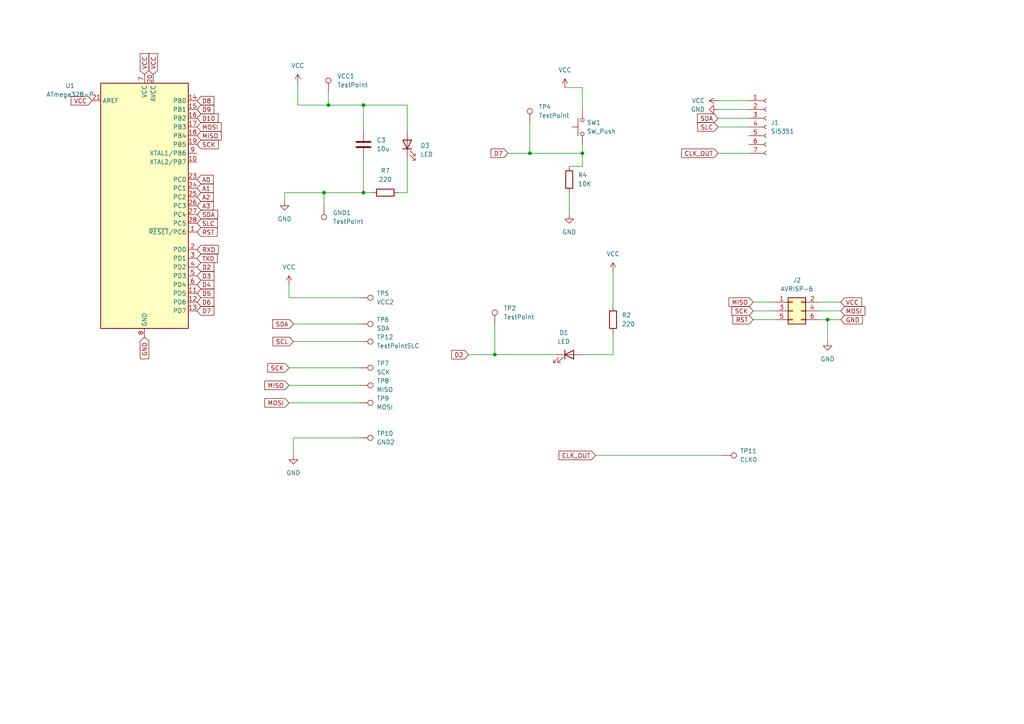
<source format=kicad_sch>
(kicad_sch (version 20211123) (generator eeschema)
  (paper "A4")
  (lib_symbols
    (symbol "Connector:Conn_01x07_Female" (pin_names (offset 1.016) hide)
      (property "Reference" "J" (at 0 10.16 0))
      (property "Value" "Conn_01x07_Female" (at 0 -10.16 0))
      (symbol "Conn_01x07_Female_1_1"
        (arc (start 0 -7.112) (mid -0.508 -7.62) (end 0 -8.128) (stroke (width 0.1524)))
        (arc (start 0 -4.572) (mid -0.508 -5.08) (end 0 -5.588) (stroke (width 0.1524)))
        (arc (start 0 -2.032) (mid -0.508 -2.54) (end 0 -3.048) (stroke (width 0.1524)))
        (polyline (pts (xy -1.27 -7.62) (xy -0.508 -7.62)) (stroke (width 0.1524)))
        (polyline (pts (xy -1.27 -5.08) (xy -0.508 -5.08)) (stroke (width 0.1524)))
        (polyline (pts (xy -1.27 -2.54) (xy -0.508 -2.54)) (stroke (width 0.1524)))
        (polyline (pts (xy -1.27 0) (xy -0.508 0)) (stroke (width 0.1524)))
        (polyline (pts (xy -1.27 2.54) (xy -0.508 2.54)) (stroke (width 0.1524)))
        (polyline (pts (xy -1.27 5.08) (xy -0.508 5.08)) (stroke (width 0.1524)))
        (polyline (pts (xy -1.27 7.62) (xy -0.508 7.62)) (stroke (width 0.1524)))
        (arc (start 0 0.508) (mid -0.508 0) (end 0 -0.508) (stroke (width 0.1524)))
        (arc (start 0 3.048) (mid -0.508 2.54) (end 0 2.032) (stroke (width 0.1524)))
        (arc (start 0 5.588) (mid -0.508 5.08) (end 0 4.572) (stroke (width 0.1524)))
        (arc (start 0 8.128) (mid -0.508 7.62) (end 0 7.112) (stroke (width 0.1524)))
        (pin passive line (at -5.08 7.62 0) (length 3.81) (name "Pin_1") (number "1"))
        (pin passive line (at -5.08 5.08 0) (length 3.81) (name "Pin_2") (number "2"))
        (pin passive line (at -5.08 2.54 0) (length 3.81) (name "Pin_3") (number "3"))
        (pin passive line (at -5.08 0 0) (length 3.81) (name "Pin_4") (number "4"))
        (pin passive line (at -5.08 -2.54 0) (length 3.81) (name "Pin_5") (number "5"))
        (pin passive line (at -5.08 -5.08 0) (length 3.81) (name "Pin_6") (number "6"))
        (pin passive line (at -5.08 -7.62 0) (length 3.81) (name "Pin_7") (number "7"))
      )
    )
    (symbol "Connector:TestPoint" (pin_numbers hide) (pin_names (offset 0.762) hide)
      (property "Reference" "TP" (at 0 6.858 0))
      (property "Value" "TestPoint" (at 0 5.08 0))
      (symbol "TestPoint_0_1"
        (circle (center 0 3.302) (radius 0.762))
      )
      (symbol "TestPoint_1_1"
        (pin passive line (at 0 0 90) (length 2.54) (name "1") (number "1"))
      )
    )
    (symbol "Connector_Generic:Conn_02x03_Odd_Even" (pin_names (offset 1.016) hide)
      (property "Reference" "J" (at 1.27 5.08 0))
      (property "Value" "Conn_02x03_Odd_Even" (at 1.27 -5.08 0))
      (symbol "Conn_02x03_Odd_Even_1_1"
        (rectangle (start -1.27 -2.413) (end 0 -2.667) (stroke (width 0.1524)))
        (rectangle (start -1.27 0.127) (end 0 -0.127) (stroke (width 0.1524)))
        (rectangle (start -1.27 2.667) (end 0 2.413) (stroke (width 0.1524)))
        (rectangle (start -1.27 3.81) (end 3.81 -3.81) (stroke (width 0.254)) (fill (type background)))
        (rectangle (start 3.81 -2.413) (end 2.54 -2.667) (stroke (width 0.1524)))
        (rectangle (start 3.81 0.127) (end 2.54 -0.127) (stroke (width 0.1524)))
        (rectangle (start 3.81 2.667) (end 2.54 2.413) (stroke (width 0.1524)))
        (pin passive line (at -5.08 2.54 0) (length 3.81) (name "Pin_1") (number "1"))
        (pin passive line (at 7.62 2.54 180) (length 3.81) (name "Pin_2") (number "2"))
        (pin passive line (at -5.08 0 0) (length 3.81) (name "Pin_3") (number "3"))
        (pin passive line (at 7.62 0 180) (length 3.81) (name "Pin_4") (number "4"))
        (pin passive line (at -5.08 -2.54 0) (length 3.81) (name "Pin_5") (number "5"))
        (pin passive line (at 7.62 -2.54 180) (length 3.81) (name "Pin_6") (number "6"))
      )
    )
    (symbol "Device:C" (pin_numbers hide) (pin_names (offset 0.254))
      (property "Reference" "C" (at 0.635 2.54 0))
      (property "Value" "C" (at 0.635 -2.54 0))
      (symbol "C_0_1"
        (polyline (pts (xy -2.032 -0.762) (xy 2.032 -0.762)) (stroke (width 0.508)))
        (polyline (pts (xy -2.032 0.762) (xy 2.032 0.762)) (stroke (width 0.508)))
      )
      (symbol "C_1_1"
        (pin passive line (at 0 3.81 270) (length 2.794) (name "~") (number "1"))
        (pin passive line (at 0 -3.81 90) (length 2.794) (name "~") (number "2"))
      )
    )
    (symbol "Device:LED" (pin_numbers hide) (pin_names (offset 1.016) hide)
      (property "Reference" "D" (at 0 2.54 0))
      (property "Value" "LED" (at 0 -2.54 0))
      (symbol "LED_0_1"
        (polyline (pts (xy -1.27 -1.27) (xy -1.27 1.27)) (stroke (width 0.254)))
        (polyline (pts (xy -1.27 0) (xy 1.27 0)))
        (polyline (pts (xy 1.27 -1.27) (xy 1.27 1.27) (xy -1.27 0) (xy 1.27 -1.27)) (stroke (width 0.254)))
        (polyline (pts (xy -3.048 -0.762) (xy -4.572 -2.286) (xy -3.81 -2.286) (xy -4.572 -2.286) (xy -4.572 -1.524)))
        (polyline (pts (xy -1.778 -0.762) (xy -3.302 -2.286) (xy -2.54 -2.286) (xy -3.302 -2.286) (xy -3.302 -1.524)))
      )
      (symbol "LED_1_1"
        (pin passive line (at -3.81 0 0) (length 2.54) (name "K") (number "1"))
        (pin passive line (at 3.81 0 180) (length 2.54) (name "A") (number "2"))
      )
    )
    (symbol "Device:R" (pin_numbers hide) (pin_names (offset 0))
      (property "Reference" "R" (at 2.032 0 90))
      (property "Value" "R" (at 0 0 90))
      (symbol "R_0_1"
        (rectangle (start -1.016 -2.54) (end 1.016 2.54) (stroke (width 0.254)))
      )
      (symbol "R_1_1"
        (pin passive line (at 0 3.81 270) (length 1.27) (name "~") (number "1"))
        (pin passive line (at 0 -3.81 90) (length 1.27) (name "~") (number "2"))
      )
    )
    (symbol "MCU_Microchip_ATmega:ATmega328-P"
      (property "Reference" "U" (at -12.7 36.83 0))
      (property "Value" "ATmega328-P" (at 2.54 -36.83 0))
      (symbol "ATmega328-P_0_1"
        (rectangle (start -12.7 -35.56) (end 12.7 35.56) (stroke (width 0.254)) (fill (type background)))
      )
      (symbol "ATmega328-P_1_1"
        (pin bidirectional line (at 15.24 -7.62 180) (length 2.54) (name "~{RESET}/PC6") (number "1"))
        (pin bidirectional line (at 15.24 12.7 180) (length 2.54) (name "XTAL2/PB7") (number "10"))
        (pin bidirectional line (at 15.24 -25.4 180) (length 2.54) (name "PD5") (number "11"))
        (pin bidirectional line (at 15.24 -27.94 180) (length 2.54) (name "PD6") (number "12"))
        (pin bidirectional line (at 15.24 -30.48 180) (length 2.54) (name "PD7") (number "13"))
        (pin bidirectional line (at 15.24 30.48 180) (length 2.54) (name "PB0") (number "14"))
        (pin bidirectional line (at 15.24 27.94 180) (length 2.54) (name "PB1") (number "15"))
        (pin bidirectional line (at 15.24 25.4 180) (length 2.54) (name "PB2") (number "16"))
        (pin bidirectional line (at 15.24 22.86 180) (length 2.54) (name "PB3") (number "17"))
        (pin bidirectional line (at 15.24 20.32 180) (length 2.54) (name "PB4") (number "18"))
        (pin bidirectional line (at 15.24 17.78 180) (length 2.54) (name "PB5") (number "19"))
        (pin bidirectional line (at 15.24 -12.7 180) (length 2.54) (name "PD0") (number "2"))
        (pin power_in line (at 2.54 38.1 270) (length 2.54) (name "AVCC") (number "20"))
        (pin passive line (at -15.24 30.48 0) (length 2.54) (name "AREF") (number "21"))
        (pin passive line (at 0 -38.1 90) (length 2.54) hide (name "GND") (number "22"))
        (pin bidirectional line (at 15.24 7.62 180) (length 2.54) (name "PC0") (number "23"))
        (pin bidirectional line (at 15.24 5.08 180) (length 2.54) (name "PC1") (number "24"))
        (pin bidirectional line (at 15.24 2.54 180) (length 2.54) (name "PC2") (number "25"))
        (pin bidirectional line (at 15.24 0 180) (length 2.54) (name "PC3") (number "26"))
        (pin bidirectional line (at 15.24 -2.54 180) (length 2.54) (name "PC4") (number "27"))
        (pin bidirectional line (at 15.24 -5.08 180) (length 2.54) (name "PC5") (number "28"))
        (pin bidirectional line (at 15.24 -15.24 180) (length 2.54) (name "PD1") (number "3"))
        (pin bidirectional line (at 15.24 -17.78 180) (length 2.54) (name "PD2") (number "4"))
        (pin bidirectional line (at 15.24 -20.32 180) (length 2.54) (name "PD3") (number "5"))
        (pin bidirectional line (at 15.24 -22.86 180) (length 2.54) (name "PD4") (number "6"))
        (pin power_in line (at 0 38.1 270) (length 2.54) (name "VCC") (number "7"))
        (pin power_in line (at 0 -38.1 90) (length 2.54) (name "GND") (number "8"))
        (pin bidirectional line (at 15.24 15.24 180) (length 2.54) (name "XTAL1/PB6") (number "9"))
      )
    )
    (symbol "Switch:SW_Push" (pin_numbers hide) (pin_names (offset 1.016) hide)
      (property "Reference" "SW" (at 1.27 2.54 0))
      (property "Value" "SW_Push" (at 0 -1.524 0))
      (symbol "SW_Push_0_1"
        (circle (center -2.032 0) (radius 0.508))
        (polyline (pts (xy 0 1.27) (xy 0 3.048)))
        (polyline (pts (xy 2.54 1.27) (xy -2.54 1.27)))
        (circle (center 2.032 0) (radius 0.508))
        (pin passive line (at -5.08 0 0) (length 2.54) (name "1") (number "1"))
        (pin passive line (at 5.08 0 180) (length 2.54) (name "2") (number "2"))
      )
    )
    (symbol "power:GND" (power) (pin_names (offset 0))
      (property "Value" "GND" (at 0 -3.81 0))
      (symbol "GND_0_1"
        (polyline (pts (xy 0 0) (xy 0 -1.27) (xy 1.27 -1.27) (xy 0 -2.54) (xy -1.27 -1.27) (xy 0 -1.27)))
      )
      (symbol "GND_1_1"
        (pin power_in line (at 0 0 270) (length 0) hide (name "GND") (number "1"))
      )
    )
    (symbol "power:VCC" (power) (pin_names (offset 0))
      (property "Value" "VCC" (at 0 3.81 0))
      (symbol "VCC_0_1"
        (polyline (pts (xy -0.762 1.27) (xy 0 2.54)))
        (polyline (pts (xy 0 0) (xy 0 2.54)))
        (polyline (pts (xy 0 2.54) (xy 0.762 1.27)))
      )
      (symbol "VCC_1_1"
        (pin power_in line (at 0 0 90) (length 0) hide (name "VCC") (number "1"))
      )
    )
  )
  (junction (at 143.51 102.87))
  (junction (at 95.25 30.48))
  (junction (at 240.03 92.71))
  (junction (at 105.41 55.88))
  (junction (at 105.41 30.48))
  (junction (at 168.91 44.45))
  (junction (at 153.67 44.45))
  (junction (at 93.98 55.88))
  (wire (pts (xy 83.82 86.36) (xy 104.14 86.36)))
  (wire (pts (xy 83.82 111.76) (xy 104.14 111.76)))
  (wire (pts (xy 82.55 55.88) (xy 93.98 55.88)))
  (wire (pts (xy 118.11 30.48) (xy 118.11 38.1)))
  (wire (pts (xy 208.28 31.75) (xy 217.17 31.75)))
  (wire (pts (xy 118.11 55.88) (xy 115.57 55.88)))
  (wire (pts (xy 93.98 55.88) (xy 105.41 55.88)))
  (wire (pts (xy 105.41 45.72) (xy 105.41 55.88)))
  (wire (pts (xy 85.09 127) (xy 85.09 132.08)))
  (wire (pts (xy 95.25 30.48) (xy 105.41 30.48)))
  (wire (pts (xy 177.8 102.87) (xy 168.91 102.87)))
  (wire (pts (xy 168.91 48.26) (xy 165.1 48.26)))
  (wire (pts (xy 86.36 30.48) (xy 95.25 30.48)))
  (wire (pts (xy 105.41 55.88) (xy 107.95 55.88)))
  (wire (pts (xy 83.82 116.84) (xy 104.14 116.84)))
  (wire (pts (xy 165.1 55.88) (xy 165.1 62.23)))
  (wire (pts (xy 147.32 44.45) (xy 153.67 44.45)))
  (wire (pts (xy 240.03 92.71) (xy 240.03 99.06)))
  (wire (pts (xy 177.8 78.74) (xy 177.8 88.9)))
  (wire (pts (xy 240.03 92.71) (xy 243.84 92.71)))
  (wire (pts (xy 237.49 92.71) (xy 240.03 92.71)))
  (wire (pts (xy 153.67 44.45) (xy 168.91 44.45)))
  (wire (pts (xy 208.28 29.21) (xy 217.17 29.21)))
  (wire (pts (xy 95.25 26.67) (xy 95.25 30.48)))
  (wire (pts (xy 85.09 93.98) (xy 104.14 93.98)))
  (wire (pts (xy 93.98 59.69) (xy 93.98 55.88)))
  (wire (pts (xy 143.51 93.98) (xy 143.51 102.87)))
  (wire (pts (xy 177.8 96.52) (xy 177.8 102.87)))
  (wire (pts (xy 168.91 44.45) (xy 168.91 48.26)))
  (wire (pts (xy 237.49 87.63) (xy 243.84 87.63)))
  (wire (pts (xy 208.28 34.29) (xy 217.17 34.29)))
  (wire (pts (xy 83.82 82.55) (xy 83.82 86.36)))
  (wire (pts (xy 105.41 38.1) (xy 105.41 30.48)))
  (wire (pts (xy 143.51 102.87) (xy 161.29 102.87)))
  (wire (pts (xy 237.49 90.17) (xy 243.84 90.17)))
  (wire (pts (xy 105.41 30.48) (xy 118.11 30.48)))
  (wire (pts (xy 172.72 132.08) (xy 209.55 132.08)))
  (wire (pts (xy 208.28 44.45) (xy 217.17 44.45)))
  (wire (pts (xy 82.55 58.42) (xy 82.55 55.88)))
  (wire (pts (xy 104.14 127) (xy 85.09 127)))
  (wire (pts (xy 135.89 102.87) (xy 143.51 102.87)))
  (wire (pts (xy 163.83 25.4) (xy 168.91 25.4)))
  (wire (pts (xy 218.44 90.17) (xy 224.79 90.17)))
  (wire (pts (xy 218.44 87.63) (xy 224.79 87.63)))
  (wire (pts (xy 168.91 25.4) (xy 168.91 31.75)))
  (wire (pts (xy 118.11 45.72) (xy 118.11 55.88)))
  (wire (pts (xy 153.67 35.56) (xy 153.67 44.45)))
  (wire (pts (xy 83.82 106.68) (xy 104.14 106.68)))
  (wire (pts (xy 168.91 41.91) (xy 168.91 44.45)))
  (wire (pts (xy 104.14 99.06) (xy 85.09 99.06)))
  (wire (pts (xy 86.36 24.13) (xy 86.36 30.48)))
  (wire (pts (xy 218.44 92.71) (xy 224.79 92.71)))
  (wire (pts (xy 208.28 36.83) (xy 217.17 36.83)))
  (global_label "SDA" (shape input) (at 208.28 34.29 180) (property "Intersheet References" "${INTERSHEET_REFS}" (effects hide)))
  (global_label "VCC" (shape input) (at 243.84 87.63 0) (property "Intersheet References" "${INTERSHEET_REFS}" (effects hide)))
  (global_label "CLK_OUT" (shape input) (at 208.28 44.45 180) (property "Intersheet References" "${INTERSHEET_REFS}" (effects hide)))
  (global_label "D8" (shape input) (at 57.15 29.21 0) (property "Intersheet References" "${INTERSHEET_REFS}" (effects hide)))
  (global_label "VCC" (shape input) (at 41.91 21.59 90) (property "Intersheet References" "${INTERSHEET_REFS}" (effects hide)))
  (global_label "MOSI" (shape input) (at 57.15 36.83 0) (property "Intersheet References" "${INTERSHEET_REFS}" (effects hide)))
  (global_label "SDA" (shape input) (at 57.15 62.23 0) (property "Intersheet References" "${INTERSHEET_REFS}" (effects hide)))
  (global_label "GND" (shape input) (at 243.84 92.71 0) (property "Intersheet References" "${INTERSHEET_REFS}" (effects hide)))
  (global_label "D2" (shape input) (at 135.89 102.87 180) (property "Intersheet References" "${INTERSHEET_REFS}" (effects hide)))
  (global_label "SCL" (shape input) (at 85.09 99.06 180) (property "Intersheet References" "${INTERSHEET_REFS}" (effects hide)))
  (global_label "D9" (shape input) (at 57.15 31.75 0) (property "Intersheet References" "${INTERSHEET_REFS}" (effects hide)))
  (global_label "SCK" (shape input) (at 83.82 106.68 180) (property "Intersheet References" "${INTERSHEET_REFS}" (effects hide)))
  (global_label "SLC" (shape input) (at 57.15 64.77 0) (property "Intersheet References" "${INTERSHEET_REFS}" (effects hide)))
  (global_label "D4" (shape input) (at 57.15 82.55 0) (property "Intersheet References" "${INTERSHEET_REFS}" (effects hide)))
  (global_label "RST" (shape input) (at 218.44 92.71 180) (property "Intersheet References" "${INTERSHEET_REFS}" (effects hide)))
  (global_label "D3" (shape input) (at 57.15 80.01 0) (property "Intersheet References" "${INTERSHEET_REFS}" (effects hide)))
  (global_label "SDA" (shape input) (at 85.09 93.98 180) (property "Intersheet References" "${INTERSHEET_REFS}" (effects hide)))
  (global_label "MOSI" (shape input) (at 243.84 90.17 0) (property "Intersheet References" "${INTERSHEET_REFS}" (effects hide)))
  (global_label "VCC" (shape input) (at 44.45 21.59 90) (property "Intersheet References" "${INTERSHEET_REFS}" (effects hide)))
  (global_label "A0" (shape input) (at 57.15 52.07 0) (property "Intersheet References" "${INTERSHEET_REFS}" (effects hide)))
  (global_label "D6" (shape input) (at 57.15 87.63 0) (property "Intersheet References" "${INTERSHEET_REFS}" (effects hide)))
  (global_label "CLK_OUT" (shape input) (at 172.72 132.08 180) (property "Intersheet References" "${INTERSHEET_REFS}" (effects hide)))
  (global_label "GND" (shape input) (at 41.91 97.79 270) (property "Intersheet References" "${INTERSHEET_REFS}" (effects hide)))
  (global_label "D2" (shape input) (at 57.15 77.47 0) (property "Intersheet References" "${INTERSHEET_REFS}" (effects hide)))
  (global_label "D7" (shape input) (at 147.32 44.45 180) (property "Intersheet References" "${INTERSHEET_REFS}" (effects hide)))
  (global_label "MISO" (shape input) (at 57.15 39.37 0) (property "Intersheet References" "${INTERSHEET_REFS}" (effects hide)))
  (global_label "A2" (shape input) (at 57.15 57.15 0) (property "Intersheet References" "${INTERSHEET_REFS}" (effects hide)))
  (global_label "D7" (shape input) (at 57.15 90.17 0) (property "Intersheet References" "${INTERSHEET_REFS}" (effects hide)))
  (global_label "RST" (shape input) (at 57.15 67.31 0) (property "Intersheet References" "${INTERSHEET_REFS}" (effects hide)))
  (global_label "SCK" (shape input) (at 57.15 41.91 0) (property "Intersheet References" "${INTERSHEET_REFS}" (effects hide)))
  (global_label "D5" (shape input) (at 57.15 85.09 0) (property "Intersheet References" "${INTERSHEET_REFS}" (effects hide)))
  (global_label "MISO" (shape input) (at 83.82 111.76 180) (property "Intersheet References" "${INTERSHEET_REFS}" (effects hide)))
  (global_label "MISO" (shape input) (at 218.44 87.63 180) (property "Intersheet References" "${INTERSHEET_REFS}" (effects hide)))
  (global_label "VCC" (shape input) (at 26.67 29.21 180) (property "Intersheet References" "${INTERSHEET_REFS}" (effects hide)))
  (global_label "RXD" (shape input) (at 57.15 72.39 0) (property "Intersheet References" "${INTERSHEET_REFS}" (effects hide)))
  (global_label "D10" (shape input) (at 57.15 34.29 0) (property "Intersheet References" "${INTERSHEET_REFS}" (effects hide)))
  (global_label "SLC" (shape input) (at 208.28 36.83 180) (property "Intersheet References" "${INTERSHEET_REFS}" (effects hide)))
  (global_label "MOSI" (shape input) (at 83.82 116.84 180) (property "Intersheet References" "${INTERSHEET_REFS}" (effects hide)))
  (global_label "TXD" (shape input) (at 57.15 74.93 0) (property "Intersheet References" "${INTERSHEET_REFS}" (effects hide)))
  (global_label "A1" (shape input) (at 57.15 54.61 0) (property "Intersheet References" "${INTERSHEET_REFS}" (effects hide)))
  (global_label "A3" (shape input) (at 57.15 59.69 0) (property "Intersheet References" "${INTERSHEET_REFS}" (effects hide)))
  (global_label "SCK" (shape input) (at 218.44 90.17 180) (property "Intersheet References" "${INTERSHEET_REFS}" (effects hide)))
  (symbol (lib_id "power:GND") (at 240.03 99.06 0) (unit 1)
    (property "Reference" "#PWR0110" (effects hide))
    (property "Value" "GND" (at 240.03 104.14 0))
  )
  (symbol (lib_id "power:VCC") (at 163.83 25.4 0) (unit 1)
    (property "Reference" "#PWR0105" (effects hide))
    (property "Value" "VCC" (at 163.83 20.32 0))
  )
  (symbol (lib_id "power:VCC") (at 177.8 78.74 0) (unit 1)
    (property "Reference" "#PWR0107" (effects hide))
    (property "Value" "VCC" (at 177.8 73.66 0))
  )
  (symbol (lib_id "Connector:TestPoint") (at 104.14 111.76 270) (unit 1)
    (property "Reference" "TP8" (at 109.22 110.4899 90) (effects (justify left)))
    (property "Value" "MISO" (at 109.22 113.0299 90) (effects (justify left)))
    (property "Footprint" "Connector_Pin:Pin_D1.0mm_L10.0mm" (effects hide))
  )
  (symbol (lib_id "MCU_Microchip_ATmega:ATmega328-P") (at 41.91 59.69 0) (unit 1)
    (property "Reference" "U1" (at 20.32 24.8793 0))
    (property "Value" "ATmega328-P" (at 20.32 27.4193 0))
    (property "Footprint" "Package_DIP:DIP-28_W7.62mm" (effects hide))
    (property "Datasheet" "http://ww1.microchip.com/downloads/en/DeviceDoc/ATmega328_P%20AVR%20MCU%20with%20picoPower%20Technology%20Data%20Sheet%2040001984A.pdf" (effects hide))
  )
  (symbol (lib_id "Device:LED") (at 165.1 102.87 0) (unit 1)
    (property "Reference" "D1" (at 163.5125 96.52 0))
    (property "Value" "LED" (at 163.5125 99.06 0))
    (property "Footprint" "LED_THT:LED_D5.0mm" (effects hide))
  )
  (symbol (lib_id "Device:R") (at 111.76 55.88 90) (unit 1)
    (property "Reference" "R7" (at 111.76 49.53 90))
    (property "Value" "220" (at 111.76 52.07 90))
    (property "Footprint" "Resistor_THT:R_Axial_DIN0309_L9.0mm_D3.2mm_P12.70mm_Horizontal" (effects hide))
  )
  (symbol (lib_id "Connector:TestPoint") (at 104.14 116.84 270) (unit 1)
    (property "Reference" "TP9" (at 109.22 115.5699 90) (effects (justify left)))
    (property "Value" "MOSI" (at 109.22 118.1099 90) (effects (justify left)))
    (property "Footprint" "Connector_Pin:Pin_D1.0mm_L10.0mm" (effects hide))
  )
  (symbol (lib_id "Connector:TestPoint") (at 104.14 86.36 270) (unit 1)
    (property "Reference" "TP5" (at 109.22 85.0899 90) (effects (justify left)))
    (property "Value" "VCC2" (at 109.22 87.6299 90) (effects (justify left)))
    (property "Footprint" "Connector_Pin:Pin_D1.0mm_L10.0mm" (effects hide))
  )
  (symbol (lib_id "power:GND") (at 208.28 31.75 270) (unit 1)
    (property "Reference" "#PWR0109" (effects hide))
    (property "Value" "GND" (at 204.47 31.7499 90) (effects (justify right)))
  )
  (symbol (lib_id "Device:R") (at 165.1 52.07 0) (unit 1)
    (property "Reference" "R4" (at 167.64 50.7999 0) (effects (justify left)))
    (property "Value" "10K" (at 167.64 53.3399 0) (effects (justify left)))
    (property "Footprint" "Resistor_THT:R_Axial_DIN0309_L9.0mm_D3.2mm_P12.70mm_Horizontal" (effects hide))
  )
  (symbol (lib_id "power:GND") (at 165.1 62.23 0) (unit 1)
    (property "Reference" "#PWR0106" (effects hide))
    (property "Value" "GND" (at 165.1 67.31 0))
  )
  (symbol (lib_id "power:VCC") (at 86.36 24.13 0) (unit 1)
    (property "Reference" "#PWR0101" (effects hide))
    (property "Value" "VCC" (at 86.36 19.05 0))
  )
  (symbol (lib_id "power:VCC") (at 83.82 82.55 0) (unit 1)
    (property "Reference" "#PWR0103" (effects hide))
    (property "Value" "VCC" (at 83.82 77.47 0))
  )
  (symbol (lib_id "Connector:TestPoint") (at 143.51 93.98 0) (unit 1)
    (property "Reference" "TP2" (at 146.05 89.4079 0) (effects (justify left)))
    (property "Value" "TestPoint" (at 146.05 91.9479 0) (effects (justify left)))
    (property "Footprint" "Connector_Pin:Pin_D1.0mm_L10.0mm" (effects hide))
  )
  (symbol (lib_id "Connector_Generic:Conn_02x03_Odd_Even") (at 229.87 90.17 0) (unit 1)
    (property "Reference" "J2" (at 231.14 81.28 0))
    (property "Value" "AVRISP-6" (at 231.14 83.82 0))
    (property "Footprint" "Connector_PinHeader_2.54mm:PinHeader_2x03_P2.54mm_Vertical" (effects hide))
  )
  (symbol (lib_id "Device:C") (at 105.41 41.91 0) (unit 1)
    (property "Reference" "C3" (at 109.22 40.6399 0) (effects (justify left)))
    (property "Value" "10u" (at 109.22 43.1799 0) (effects (justify left)))
    (property "Footprint" "Capacitor_THT:CP_Radial_D5.0mm_P2.00mm" (effects hide))
  )
  (symbol (lib_id "Device:LED") (at 118.11 41.91 90) (unit 1)
    (property "Reference" "D3" (at 121.92 42.2274 90) (effects (justify right)))
    (property "Value" "LED" (at 121.92 44.7674 90) (effects (justify right)))
    (property "Footprint" "LED_THT:LED_D5.0mm" (effects hide))
  )
  (symbol (lib_id "power:GND") (at 85.09 132.08 0) (unit 1)
    (property "Reference" "#PWR0104" (effects hide))
    (property "Value" "GND" (at 85.09 137.16 0))
  )
  (symbol (lib_id "power:GND") (at 82.55 58.42 0) (unit 1)
    (property "Reference" "#PWR0102" (effects hide))
    (property "Value" "GND" (at 82.55 63.5 0))
  )
  (symbol (lib_id "Connector:TestPoint") (at 209.55 132.08 270) (unit 1)
    (property "Reference" "TP11" (at 214.63 130.8099 90) (effects (justify left)))
    (property "Value" "CLK0" (at 214.63 133.3499 90) (effects (justify left)))
    (property "Footprint" "Connector_Pin:Pin_D1.0mm_L10.0mm" (effects hide))
  )
  (symbol (lib_id "Device:R") (at 177.8 92.71 0) (unit 1)
    (property "Reference" "R2" (at 180.34 91.4399 0) (effects (justify left)))
    (property "Value" "220" (at 180.34 93.9799 0) (effects (justify left)))
    (property "Footprint" "Resistor_THT:R_Axial_DIN0309_L9.0mm_D3.2mm_P12.70mm_Horizontal" (effects hide))
  )
  (symbol (lib_id "Connector:Conn_01x07_Female") (at 222.25 36.83 0) (unit 1)
    (property "Reference" "J1" (at 223.52 35.5599 0) (effects (justify left)))
    (property "Value" "SI5351" (at 223.52 38.0999 0) (effects (justify left)))
    (property "Footprint" "Connector_PinHeader_2.54mm:PinHeader_1x07_P2.54mm_Vertical" (effects hide))
  )
  (symbol (lib_id "power:VCC") (at 208.28 29.21 90) (unit 1)
    (property "Reference" "#PWR0108" (effects hide))
    (property "Value" "VCC" (at 204.47 29.2099 90) (effects (justify left)))
  )
  (symbol (lib_id "Switch:SW_Push") (at 168.91 36.83 90) (unit 1)
    (property "Reference" "SW1" (at 170.18 35.5599 90) (effects (justify right)))
    (property "Value" "SW_Push" (at 170.18 38.0999 90) (effects (justify right)))
    (property "Footprint" "Button_Switch_THT:SW_PUSH_6mm" (effects hide))
  )
  (symbol (lib_id "Connector:TestPoint") (at 104.14 93.98 270) (unit 1)
    (property "Reference" "TP6" (at 109.22 92.7099 90) (effects (justify left)))
    (property "Value" "SDA" (at 109.22 95.2499 90) (effects (justify left)))
    (property "Footprint" "Connector_Pin:Pin_D1.0mm_L10.0mm" (effects hide))
  )
  (symbol (lib_id "Connector:TestPoint") (at 104.14 99.06 270) (unit 1)
    (property "Reference" "TP12" (at 109.22 97.7899 90) (effects (justify left)))
    (property "Value" "TestPointSLC" (at 109.22 100.3299 90) (effects (justify left)))
    (property "Footprint" "Connector_Pin:Pin_D1.0mm_L10.0mm" (effects hide))
  )
  (symbol (lib_id "Connector:TestPoint") (at 104.14 106.68 270) (unit 1)
    (property "Reference" "TP7" (at 109.22 105.4099 90) (effects (justify left)))
    (property "Value" "SCK" (at 109.22 107.9499 90) (effects (justify left)))
    (property "Footprint" "Connector_Pin:Pin_D1.0mm_L10.0mm" (effects hide))
  )
  (symbol (lib_id "Connector:TestPoint") (at 104.14 127 270) (unit 1)
    (property "Reference" "TP10" (at 109.22 125.7299 90) (effects (justify left)))
    (property "Value" "GND2" (at 109.22 128.2699 90) (effects (justify left)))
    (property "Footprint" "Connector_Pin:Pin_D1.0mm_L10.0mm" (effects hide))
  )
  (symbol (lib_id "Connector:TestPoint") (at 93.98 59.69 180) (unit 1)
    (property "Reference" "GND1" (at 96.52 61.7219 0) (effects (justify right)))
    (property "Value" "TestPoint" (at 96.52 64.2619 0) (effects (justify right)))
    (property "Footprint" "Connector_Pin:Pin_D1.0mm_L10.0mm" (effects hide))
  )
  (symbol (lib_id "Connector:TestPoint") (at 95.25 26.67 0) (unit 1)
    (property "Reference" "VCC1" (at 97.79 22.0979 0) (effects (justify left)))
    (property "Value" "TestPoint" (at 97.79 24.6379 0) (effects (justify left)))
    (property "Footprint" "Connector_Pin:Pin_D1.0mm_L10.0mm" (effects hide))
  )
  (symbol (lib_id "Connector:TestPoint") (at 153.67 35.56 0) (unit 1)
    (property "Reference" "TP4" (at 156.21 30.9879 0) (effects (justify left)))
    (property "Value" "TestPoint" (at 156.21 33.5279 0) (effects (justify left)))
    (property "Footprint" "Connector_Pin:Pin_D1.0mm_L10.0mm" (effects hide))
  )
)
</source>
